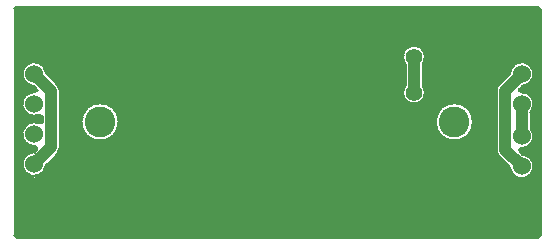
<source format=gbl>
*
*
G04 PADS 9.3.1 Build Number: 456998 generated Gerber (RS-274-X) file*
G04 PC Version=2.1*
*
%IN "Lighting.pcb"*%
*
%MOIN*%
*
%FSLAX35Y35*%
*
*
*
*
G04 PC Standard Apertures*
*
*
G04 Thermal Relief Aperture macro.*
%AMTER*
1,1,$1,0,0*
1,0,$1-$2,0,0*
21,0,$3,$4,0,0,45*
21,0,$3,$4,0,0,135*
%
*
*
G04 Annular Aperture macro.*
%AMANN*
1,1,$1,0,0*
1,0,$2,0,0*
%
*
*
G04 Odd Aperture macro.*
%AMODD*
1,1,$1,0,0*
1,0,$1-0.005,0,0*
%
*
*
G04 PC Custom Aperture Macros*
*
*
*
*
*
*
G04 PC Aperture Table*
*
%ADD010C,0.001*%
%ADD011C,0.01*%
%ADD026C,0.06*%
%ADD037C,0.055*%
%ADD189C,0.10236*%
%ADD190C,0.04*%
*
*
*
*
G04 PC Circuitry*
G04 Layer Name Lighting.pcb - circuitry*
%LPD*%
*
*
G04 PC Custom Flashes*
G04 Layer Name Lighting.pcb - flashes*
%LPD*%
*
*
G04 PC Circuitry*
G04 Layer Name Lighting.pcb - circuitry*
%LPD*%
*
G54D10*
G54D11*
G01X154006Y39370D02*
G75*
G03X154006I-6368J0D01*
G01X35896D02*
G03X35896I-6368J0D01*
G01X176065Y1600D02*
Y77140D01*
G03X175565Y77640I-500J0*
G01X1600*
G03X1100Y77140I0J-500*
G01Y1600*
G03X1600Y1100I500J0*
G01X175565*
G03X176065Y1600I0J500*
G01X170543Y51281D02*
G03X166005Y55818I-464J4073D01*
G01X170543Y51281D02*
G03X170246Y51137I56J-497D01*
G01X169405Y50297*
G03X169794Y49444I354J-354*
G01X173287Y42802D02*
G03X169794Y49444I-3208J2552D01*
G01X173287Y42802D02*
G03X173179Y42491I392J-311D01*
G01Y37391*
G03X173287Y37080I500J0*
G01X169794Y30437D02*
G03X173287Y37080I285J4091D01*
G01X169794Y30437D02*
G03X169405Y29585I-35J-498D01*
G01X170246Y28744*
G03X170543Y28601I353J354*
G01X166005Y24063D02*
G03X170543Y28601I4074J465D01*
G01X166005Y24063D02*
G03X165862Y24360I-497J-56D01*
G01X162287Y27936*
X161379Y30128D02*
G03X162287Y27936I3100J-0D01*
G01X161379Y30128D02*
Y49754D01*
X162287Y51946D02*
G03X161379Y49754I2192J-2192D01*
G01X162287Y51946D02*
X165862Y55522D01*
G03X166005Y55818I-354J353*
G01X154006Y39370D02*
G03X154006I-6368J0D01*
G01X137359Y58941D02*
G03X130987I-3186J2161D01*
G01X137359D02*
G03X137273Y58661I414J-280D01*
G01Y51576*
G03X137359Y51295I500J-0*
G01X130987D02*
G03X137359I3186J-2161D01*
G01X130987D02*
G03X131073Y51576I-414J281D01*
G01Y58661*
G03X130987Y58941I-500J-0*
G01X35896Y39370D02*
G03X35896I-6368J0D01*
G01X16259Y49754D02*
Y30876D01*
X15351Y28684D02*
G03X16259Y30876I-2192J2192D01*
G01X15351Y28684D02*
X11776Y25108D01*
G03X11633Y24811I354J-353*
G01X7095Y29349D02*
G03X11633Y24811I464J-4073D01*
G01X7095Y29349D02*
G03X7392Y29492I-57J497D01*
G01X8233Y30333*
G03X7844Y31185I-354J354*
G01X9342Y38968D02*
G03X7844Y31186I-1783J-3692D01*
G01X9342Y38968D02*
G03X10059Y39418I217J450D01*
G01Y41212*
G03X9342Y41662I-500J-0*
G01X7844Y49444D02*
G03X9342Y41662I-285J-4090D01*
G01X7844Y49444D02*
G03X8233Y50297I35J499D01*
G01X7392Y51137*
G03X7095Y51281I-354J-353*
G01X11633Y55818D02*
G03X7095Y51281I-4074J-464D01*
G01X11633Y55818D02*
G03X11776Y55522I497J57D01*
G01X15351Y51946*
X16259Y49754D02*
G03X15351Y51946I-3100J0D01*
G01X1100Y76999D02*
X176065D01*
X1100Y76099D02*
X176065D01*
X1100Y75199D02*
X176065D01*
X1100Y74299D02*
X176065D01*
X1100Y73399D02*
X176065D01*
X1100Y72499D02*
X176065D01*
X1100Y71599D02*
X176065D01*
X1100Y70699D02*
X176065D01*
X1100Y69799D02*
X176065D01*
X1100Y68899D02*
X176065D01*
X1100Y67999D02*
X176065D01*
X1100Y67099D02*
X176065D01*
X1100Y66199D02*
X176065D01*
X1100Y65299D02*
X176065D01*
X136162Y64399D02*
X176065D01*
X137187Y63499D02*
X176065D01*
X137721Y62599D02*
X176065D01*
X137977Y61699D02*
X176065D01*
X138011Y60799D02*
X176065D01*
X137830Y59899D02*
X176065D01*
X171957Y58999D02*
X176065D01*
X173125Y58099D02*
X176065D01*
X173741Y57199D02*
X176065D01*
X174069Y56299D02*
X176065D01*
X174179Y55399D02*
X176065D01*
X174088Y54499D02*
X176065D01*
X173784Y53599D02*
X176065D01*
X173202Y52699D02*
X176065D01*
X172120Y51799D02*
X176065D01*
X170007Y50899D02*
X176065D01*
X169262Y49999D02*
X176065D01*
X171749Y49099D02*
X176065D01*
X173032Y48199D02*
X176065D01*
X173688Y47299D02*
X176065D01*
X174044Y46399D02*
X176065D01*
X174176Y45499D02*
X176065D01*
X174109Y44599D02*
X176065D01*
X173830Y43699D02*
X176065D01*
X173285Y42799D02*
X176065D01*
X173179Y41899D02*
X176065D01*
X173179Y40999D02*
X176065D01*
X173179Y40099D02*
X176065D01*
X173179Y39199D02*
X176065D01*
X173179Y38299D02*
X176065D01*
X173179Y37399D02*
X176065D01*
X173674Y36499D02*
X176065D01*
X174036Y35599D02*
X176065D01*
X174175Y34699D02*
X176065D01*
X174113Y33799D02*
X176065D01*
X173841Y32899D02*
X176065D01*
X173306Y31999D02*
X176065D01*
X172327Y31099D02*
X176065D01*
X169332Y30199D02*
X176065D01*
X169692Y29299D02*
X176065D01*
X171429Y28399D02*
X176065D01*
X172904Y27499D02*
X176065D01*
X173617Y26599D02*
X176065D01*
X174008Y25699D02*
X176065D01*
X174170Y24799D02*
X176065D01*
X174130Y23899D02*
X176065D01*
X173883Y22999D02*
X176065D01*
X173382Y22099D02*
X176065D01*
X172472Y21199D02*
X176065D01*
X1100Y20299D02*
X176065D01*
X1100Y19399D02*
X176065D01*
X1100Y18499D02*
X176065D01*
X1100Y17599D02*
X176065D01*
X1100Y16699D02*
X176065D01*
X1100Y15799D02*
X176065D01*
X1100Y14899D02*
X176065D01*
X1100Y13999D02*
X176065D01*
X1100Y13099D02*
X176065D01*
X1100Y12199D02*
X176065D01*
X1100Y11299D02*
X176065D01*
X1100Y10399D02*
X176065D01*
X1100Y9499D02*
X176065D01*
X1100Y8599D02*
X176065D01*
X1100Y7699D02*
X176065D01*
X1100Y6799D02*
X176065D01*
X1100Y5899D02*
X176065D01*
X1100Y4999D02*
X176065D01*
X1100Y4099D02*
X176065D01*
X1100Y3199D02*
X176065D01*
X1100Y2299D02*
X176065D01*
X1142Y1399D02*
X176023D01*
X137398Y58999D02*
X168200D01*
X7994Y21199D02*
X167685D01*
X137273Y58099D02*
X167033D01*
X10151Y22099D02*
X166776D01*
X137273Y57199D02*
X166417D01*
X10969Y22999D02*
X166274D01*
X137273Y56299D02*
X166089D01*
X11421Y23899D02*
X166027D01*
X137273Y55399D02*
X165739D01*
X11631Y24799D02*
X165424D01*
X137273Y54499D02*
X164839D01*
X12366Y25699D02*
X164524D01*
X137273Y53599D02*
X163939D01*
X13266Y26599D02*
X163624D01*
X137273Y52699D02*
X163039D01*
X14166Y27499D02*
X162724D01*
X137273Y51799D02*
X162148D01*
X15066Y28399D02*
X161906D01*
X137595Y50899D02*
X161598D01*
X15828Y29299D02*
X161492D01*
X137925Y49999D02*
X161388D01*
X138023Y49099D02*
X161379D01*
X137908Y48199D02*
X161379D01*
X137558Y47299D02*
X161379D01*
X136883Y46399D02*
X161379D01*
X149368Y45499D02*
X161379D01*
X151273Y44599D02*
X161379D01*
X152309Y43699D02*
X161379D01*
X153004Y42799D02*
X161379D01*
X153482Y41899D02*
X161379D01*
X153794Y40999D02*
X161379D01*
X153964Y40099D02*
X161379D01*
X154004Y39199D02*
X161379D01*
X153915Y38299D02*
X161379D01*
X153693Y37399D02*
X161379D01*
X153322Y36499D02*
X161379D01*
X152769Y35599D02*
X161379D01*
X151966Y34699D02*
X161379D01*
X150722Y33799D02*
X161379D01*
X16259Y32899D02*
X161379D01*
X16259Y31999D02*
X161379D01*
X16259Y31099D02*
X161379D01*
X16184Y30199D02*
X161379D01*
X135441Y45499D02*
X145908D01*
X32612Y33799D02*
X144554D01*
X33163Y44599D02*
X144003D01*
X33856Y34699D02*
X143310D01*
X34198Y43699D02*
X142967D01*
X34659Y35599D02*
X142507D01*
X34894Y42799D02*
X142271D01*
X35212Y36499D02*
X141954D01*
X35372Y41899D02*
X141793D01*
X35583Y37399D02*
X141582D01*
X35684Y40999D02*
X141481D01*
X35805Y38299D02*
X141360D01*
X35854Y40099D02*
X141311D01*
X35893Y39199D02*
X141272D01*
X31258Y45499D02*
X132905D01*
X1100Y64399D02*
X132184D01*
X16259Y46399D02*
X131464D01*
X1100Y63499D02*
X131160D01*
X10605Y58099D02*
X131073D01*
X11221Y57199D02*
X131073D01*
X11549Y56299D02*
X131073D01*
X11899Y55399D02*
X131073D01*
X12799Y54499D02*
X131073D01*
X13699Y53599D02*
X131073D01*
X14599Y52699D02*
X131073D01*
X15489Y51799D02*
X131073D01*
X9438Y58999D02*
X130949D01*
X16259Y47299D02*
X130789D01*
X16040Y50899D02*
X130752D01*
X1100Y62599D02*
X130626D01*
X1100Y59899D02*
X130516D01*
X16259Y48199D02*
X130439D01*
X16249Y49999D02*
X130422D01*
X1100Y61699D02*
X130370D01*
X1100Y60799D02*
X130335D01*
X16259Y49099D02*
X130323D01*
X16259Y45499D02*
X27797D01*
X16259Y33799D02*
X26443D01*
X16259Y44599D02*
X25892D01*
X16259Y34699D02*
X25200D01*
X16259Y43699D02*
X24857D01*
X16259Y35599D02*
X24396D01*
X16259Y42799D02*
X24161D01*
X16259Y36499D02*
X23844D01*
X16259Y41899D02*
X23683D01*
X16259Y37399D02*
X23472D01*
X16259Y40999D02*
X23371D01*
X16259Y38299D02*
X23250D01*
X16259Y40099D02*
X23201D01*
X16259Y39199D02*
X23162D01*
X1100Y40999D02*
X10059D01*
X1100Y40099D02*
X10059D01*
X8750Y39199D02*
X10008D01*
X1100Y49999D02*
X8376D01*
X1100Y31099D02*
X8162D01*
X1100Y30199D02*
X8098D01*
X1100Y50899D02*
X7631D01*
X1100Y21199D02*
X7124D01*
X1100Y29299D02*
X6769D01*
X1100Y39199D02*
X6368D01*
X1100Y49099D02*
X5889D01*
X1100Y58999D02*
X5681D01*
X1100Y51799D02*
X5518D01*
X1100Y41899D02*
X5353D01*
X1100Y31999D02*
X5095D01*
X1100Y22099D02*
X4967D01*
X1100Y28399D02*
X4903D01*
X1100Y38299D02*
X4789D01*
X1100Y48199D02*
X4606D01*
X1100Y58099D02*
X4513D01*
X1100Y52699D02*
X4435D01*
X1100Y42799D02*
X4353D01*
X1100Y32899D02*
X4218D01*
X1100Y22999D02*
X4149D01*
X1100Y27499D02*
X4114D01*
X1100Y37399D02*
X4052D01*
X1100Y47299D02*
X3949D01*
X1100Y57199D02*
X3897D01*
X1100Y53599D02*
X3854D01*
X1100Y43699D02*
X3808D01*
X1100Y33799D02*
X3734D01*
X1100Y23899D02*
X3697D01*
X1100Y26599D02*
X3678D01*
X1100Y36499D02*
X3646D01*
X1100Y46399D02*
X3594D01*
X1100Y56299D02*
X3569D01*
X1100Y54499D02*
X3549D01*
X1100Y44599D02*
X3529D01*
X1100Y34699D02*
X3500D01*
X1100Y24799D02*
X3487D01*
X1100Y25699D02*
X3481D01*
X1100Y35599D02*
X3472D01*
X1100Y45499D02*
X3462D01*
X1100Y55399D02*
X3459D01*
G54D26*
X7559Y45354D03*
Y55354D03*
Y35276D03*
Y25276D03*
X170079Y34528D03*
Y24528D03*
Y45354D03*
Y55354D03*
G54D37*
X134173Y49134D03*
Y61102D03*
G54D189*
X147638Y39370D03*
X29528D03*
G54D190*
X7559Y25276D02*
X13159Y30876D01*
Y49754*
X170079Y24528D02*
X164479Y30128D01*
Y49754*
X170079Y34528D02*
Y45354D01*
X13159Y49754D02*
X7559Y55354D01*
X134173Y49134D02*
Y61102D01*
X164479Y49754D02*
X170079Y55354D01*
G74*
X0Y0D02*
M02*

</source>
